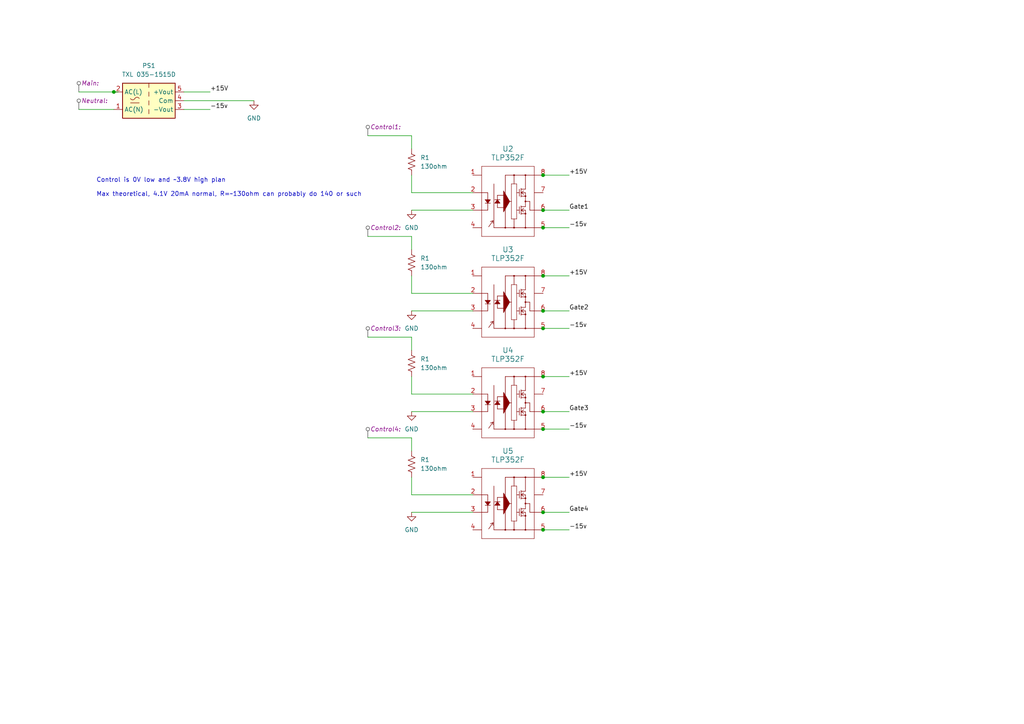
<source format=kicad_sch>
(kicad_sch (version 20230121) (generator eeschema)

  (uuid ef4d8b08-73a9-4f19-8108-761b107bdd5e)

  (paper "A4")

  (title_block
    (title "Gate Drivers + Supplies")
    (date "2023-12-01")
  )

  (lib_symbols
    (symbol "Converter_ACDC:RAC20-12DK" (in_bom yes) (on_board yes)
      (property "Reference" "PS" (at 0 6.35 0)
        (effects (font (size 1.27 1.27)))
      )
      (property "Value" "RAC20-12DK" (at 0 -6.35 0)
        (effects (font (size 1.27 1.27)))
      )
      (property "Footprint" "Converter_ACDC:Converter_ACDC_Recom_RAC20-xxDK_THT" (at 0 -8.89 0)
        (effects (font (size 1.27 1.27)) hide)
      )
      (property "Datasheet" "https://recom-power.com/pdf/Powerline_AC-DC/RAC20-K.pdf" (at 0 0 0)
        (effects (font (size 1.27 1.27)) hide)
      )
      (property "ki_keywords" "ac dc power supply" (at 0 0 0)
        (effects (font (size 1.27 1.27)) hide)
      )
      (property "ki_description" "20 Watt Dual Output AC/DC power supply ±12V ±833mA" (at 0 0 0)
        (effects (font (size 1.27 1.27)) hide)
      )
      (property "ki_fp_filters" "Converter*ACDC*Recom*RAC20*DK*THT*" (at 0 0 0)
        (effects (font (size 1.27 1.27)) hide)
      )
      (symbol "RAC20-12DK_0_1"
        (rectangle (start -7.62 5.08) (end 7.62 -5.08)
          (stroke (width 0.254) (type default))
          (fill (type background))
        )
        (arc (start -5.334 0.635) (mid -4.699 0.2495) (end -4.064 0.635)
          (stroke (width 0) (type default))
          (fill (type none))
        )
        (arc (start -2.794 0.635) (mid -3.429 1.0072) (end -4.064 0.635)
          (stroke (width 0) (type default))
          (fill (type none))
        )
        (polyline
          (pts
            (xy -5.334 -0.635)
            (xy -2.794 -0.635)
          )
          (stroke (width 0) (type default))
          (fill (type none))
        )
        (polyline
          (pts
            (xy 0 -2.54)
            (xy 0 -3.81)
          )
          (stroke (width 0) (type default))
          (fill (type none))
        )
        (polyline
          (pts
            (xy 0 0)
            (xy 0 -1.27)
          )
          (stroke (width 0) (type default))
          (fill (type none))
        )
        (polyline
          (pts
            (xy 0 2.54)
            (xy 0 1.27)
          )
          (stroke (width 0) (type default))
          (fill (type none))
        )
        (polyline
          (pts
            (xy 0 5.08)
            (xy 0 3.81)
          )
          (stroke (width 0) (type default))
          (fill (type none))
        )
      )
      (symbol "RAC20-12DK_1_1"
        (pin power_in line (at -10.16 -2.54 0) (length 2.54)
          (name "AC(N)" (effects (font (size 1.27 1.27))))
          (number "1" (effects (font (size 1.27 1.27))))
        )
        (pin power_in line (at -10.16 2.54 0) (length 2.54)
          (name "AC(L)" (effects (font (size 1.27 1.27))))
          (number "2" (effects (font (size 1.27 1.27))))
        )
        (pin power_out line (at 10.16 -2.54 180) (length 2.54)
          (name "-Vout" (effects (font (size 1.27 1.27))))
          (number "3" (effects (font (size 1.27 1.27))))
        )
        (pin power_out line (at 10.16 0 180) (length 2.54)
          (name "Com" (effects (font (size 1.27 1.27))))
          (number "4" (effects (font (size 1.27 1.27))))
        )
        (pin power_out line (at 10.16 2.54 180) (length 2.54)
          (name "+Vout" (effects (font (size 1.27 1.27))))
          (number "5" (effects (font (size 1.27 1.27))))
        )
      )
    )
    (symbol "Device:R_US" (pin_numbers hide) (pin_names (offset 0)) (in_bom yes) (on_board yes)
      (property "Reference" "R" (at 2.54 0 90)
        (effects (font (size 1.27 1.27)))
      )
      (property "Value" "R_US" (at -2.54 0 90)
        (effects (font (size 1.27 1.27)))
      )
      (property "Footprint" "" (at 1.016 -0.254 90)
        (effects (font (size 1.27 1.27)) hide)
      )
      (property "Datasheet" "~" (at 0 0 0)
        (effects (font (size 1.27 1.27)) hide)
      )
      (property "ki_keywords" "R res resistor" (at 0 0 0)
        (effects (font (size 1.27 1.27)) hide)
      )
      (property "ki_description" "Resistor, US symbol" (at 0 0 0)
        (effects (font (size 1.27 1.27)) hide)
      )
      (property "ki_fp_filters" "R_*" (at 0 0 0)
        (effects (font (size 1.27 1.27)) hide)
      )
      (symbol "R_US_0_1"
        (polyline
          (pts
            (xy 0 -2.286)
            (xy 0 -2.54)
          )
          (stroke (width 0) (type default))
          (fill (type none))
        )
        (polyline
          (pts
            (xy 0 2.286)
            (xy 0 2.54)
          )
          (stroke (width 0) (type default))
          (fill (type none))
        )
        (polyline
          (pts
            (xy 0 -0.762)
            (xy 1.016 -1.143)
            (xy 0 -1.524)
            (xy -1.016 -1.905)
            (xy 0 -2.286)
          )
          (stroke (width 0) (type default))
          (fill (type none))
        )
        (polyline
          (pts
            (xy 0 0.762)
            (xy 1.016 0.381)
            (xy 0 0)
            (xy -1.016 -0.381)
            (xy 0 -0.762)
          )
          (stroke (width 0) (type default))
          (fill (type none))
        )
        (polyline
          (pts
            (xy 0 2.286)
            (xy 1.016 1.905)
            (xy 0 1.524)
            (xy -1.016 1.143)
            (xy 0 0.762)
          )
          (stroke (width 0) (type default))
          (fill (type none))
        )
      )
      (symbol "R_US_1_1"
        (pin passive line (at 0 3.81 270) (length 1.27)
          (name "~" (effects (font (size 1.27 1.27))))
          (number "1" (effects (font (size 1.27 1.27))))
        )
        (pin passive line (at 0 -3.81 90) (length 1.27)
          (name "~" (effects (font (size 1.27 1.27))))
          (number "2" (effects (font (size 1.27 1.27))))
        )
      )
    )
    (symbol "TLP532(F):TLP352F" (pin_names (offset 0.254)) (in_bom yes) (on_board yes)
      (property "Reference" "U3" (at 7.62 5.08 0)
        (effects (font (size 1.524 1.524)))
      )
      (property "Value" "TLP352F" (at 7.62 2.54 0)
        (effects (font (size 1.524 1.524)))
      )
      (property "Footprint" "DIP8_TOS" (at -2.54 5.08 0)
        (effects (font (size 1.27 1.27) italic) hide)
      )
      (property "Datasheet" "TLP352F" (at -2.54 2.54 0)
        (effects (font (size 1.27 1.27) italic) hide)
      )
      (property "ki_locked" "" (at 0 0 0)
        (effects (font (size 1.27 1.27)))
      )
      (property "ki_keywords" "TLP352(F)" (at 0 0 0)
        (effects (font (size 1.27 1.27)) hide)
      )
      (property "ki_fp_filters" "DIP8_TOS" (at 0 0 0)
        (effects (font (size 1.27 1.27)) hide)
      )
      (symbol "TLP352F_0_1"
        (polyline
          (pts
            (xy -2.54 -17.78)
            (xy 0 -17.78)
          )
          (stroke (width 0) (type default))
          (fill (type none))
        )
        (polyline
          (pts
            (xy -2.54 -12.7)
            (xy 0 -12.7)
          )
          (stroke (width 0) (type default))
          (fill (type none))
        )
        (polyline
          (pts
            (xy -2.54 -7.62)
            (xy 0 -7.62)
          )
          (stroke (width 0) (type default))
          (fill (type none))
        )
        (polyline
          (pts
            (xy -2.54 -2.54)
            (xy 0 -2.54)
          )
          (stroke (width 0) (type default))
          (fill (type none))
        )
        (polyline
          (pts
            (xy 0 -20.32)
            (xy 0 0)
          )
          (stroke (width 0.127) (type default))
          (fill (type none))
        )
        (polyline
          (pts
            (xy 0 0)
            (xy 15.24 0)
          )
          (stroke (width 0.127) (type default))
          (fill (type none))
        )
        (polyline
          (pts
            (xy 1.016 -10.668)
            (xy 2.54 -10.668)
          )
          (stroke (width 0) (type default))
          (fill (type none))
        )
        (polyline
          (pts
            (xy 1.778 -12.7)
            (xy 0 -12.7)
          )
          (stroke (width 0) (type default))
          (fill (type none))
        )
        (polyline
          (pts
            (xy 1.778 -12.7)
            (xy 1.778 -10.668)
          )
          (stroke (width 0) (type default))
          (fill (type none))
        )
        (polyline
          (pts
            (xy 1.778 -7.62)
            (xy 0 -7.62)
          )
          (stroke (width 0) (type default))
          (fill (type none))
        )
        (polyline
          (pts
            (xy 1.778 -7.62)
            (xy 1.778 -9.652)
          )
          (stroke (width 0) (type default))
          (fill (type none))
        )
        (polyline
          (pts
            (xy 2.54 -16.002)
            (xy 3.302 -15.748)
          )
          (stroke (width 0) (type default))
          (fill (type none))
        )
        (polyline
          (pts
            (xy 3.302 -16.51)
            (xy 3.302 -15.748)
          )
          (stroke (width 0) (type default))
          (fill (type none))
        )
        (polyline
          (pts
            (xy 3.302 -15.748)
            (xy 2.032 -17.526)
          )
          (stroke (width 0) (type default))
          (fill (type none))
        )
        (polyline
          (pts
            (xy 3.556 -17.78)
            (xy 15.24 -17.78)
          )
          (stroke (width 0) (type default))
          (fill (type none))
        )
        (polyline
          (pts
            (xy 3.556 -5.08)
            (xy 3.556 -17.78)
          )
          (stroke (width 0) (type default))
          (fill (type none))
        )
        (polyline
          (pts
            (xy 3.81 -9.652)
            (xy 5.334 -9.652)
          )
          (stroke (width 0) (type default))
          (fill (type none))
        )
        (polyline
          (pts
            (xy 4.572 -11.938)
            (xy 6.35 -11.938)
          )
          (stroke (width 0) (type default))
          (fill (type none))
        )
        (polyline
          (pts
            (xy 4.572 -10.668)
            (xy 4.572 -11.938)
          )
          (stroke (width 0) (type default))
          (fill (type none))
        )
        (polyline
          (pts
            (xy 4.572 -9.652)
            (xy 4.572 -8.382)
          )
          (stroke (width 0) (type default))
          (fill (type none))
        )
        (polyline
          (pts
            (xy 4.572 -8.382)
            (xy 6.35 -8.382)
          )
          (stroke (width 0) (type default))
          (fill (type none))
        )
        (polyline
          (pts
            (xy 6.858 -17.78)
            (xy 6.858 -12.192)
          )
          (stroke (width 0) (type default))
          (fill (type none))
        )
        (polyline
          (pts
            (xy 6.858 -2.54)
            (xy 6.858 -8.128)
          )
          (stroke (width 0) (type default))
          (fill (type none))
        )
        (polyline
          (pts
            (xy 6.858 -2.54)
            (xy 15.24 -2.54)
          )
          (stroke (width 0) (type default))
          (fill (type none))
        )
        (polyline
          (pts
            (xy 8.128 -10.16)
            (xy 8.636 -10.16)
          )
          (stroke (width 0) (type default))
          (fill (type none))
        )
        (polyline
          (pts
            (xy 8.636 -15.24)
            (xy 8.636 -5.08)
          )
          (stroke (width 0.127) (type default))
          (fill (type none))
        )
        (polyline
          (pts
            (xy 8.636 -5.08)
            (xy 10.16 -5.08)
          )
          (stroke (width 0.127) (type default))
          (fill (type none))
        )
        (polyline
          (pts
            (xy 9.398 -15.24)
            (xy 9.398 -17.78)
          )
          (stroke (width 0) (type default))
          (fill (type none))
        )
        (polyline
          (pts
            (xy 9.398 -5.08)
            (xy 9.398 -2.54)
          )
          (stroke (width 0) (type default))
          (fill (type none))
        )
        (polyline
          (pts
            (xy 10.16 -15.24)
            (xy 8.636 -15.24)
          )
          (stroke (width 0.127) (type default))
          (fill (type none))
        )
        (polyline
          (pts
            (xy 10.16 -12.7)
            (xy 10.922 -12.7)
          )
          (stroke (width 0) (type default))
          (fill (type none))
        )
        (polyline
          (pts
            (xy 10.16 -7.62)
            (xy 10.922 -7.62)
          )
          (stroke (width 0) (type default))
          (fill (type none))
        )
        (polyline
          (pts
            (xy 10.16 -5.08)
            (xy 10.16 -15.24)
          )
          (stroke (width 0.127) (type default))
          (fill (type none))
        )
        (polyline
          (pts
            (xy 10.922 -11.684)
            (xy 10.922 -13.716)
          )
          (stroke (width 0) (type default))
          (fill (type none))
        )
        (polyline
          (pts
            (xy 10.922 -6.604)
            (xy 10.922 -8.636)
          )
          (stroke (width 0) (type default))
          (fill (type none))
        )
        (polyline
          (pts
            (xy 11.43 -13.716)
            (xy 12.7 -13.716)
          )
          (stroke (width 0) (type default))
          (fill (type none))
        )
        (polyline
          (pts
            (xy 11.43 -12.7)
            (xy 12.192 -13.208)
          )
          (stroke (width 0) (type default))
          (fill (type none))
        )
        (polyline
          (pts
            (xy 11.43 -12.7)
            (xy 12.192 -12.192)
          )
          (stroke (width 0) (type default))
          (fill (type none))
        )
        (polyline
          (pts
            (xy 11.43 -12.7)
            (xy 12.7 -12.7)
          )
          (stroke (width 0) (type default))
          (fill (type none))
        )
        (polyline
          (pts
            (xy 11.43 -11.684)
            (xy 12.7 -11.684)
          )
          (stroke (width 0) (type default))
          (fill (type none))
        )
        (polyline
          (pts
            (xy 11.43 -11.43)
            (xy 11.43 -13.97)
          )
          (stroke (width 0) (type default))
          (fill (type none))
        )
        (polyline
          (pts
            (xy 11.43 -8.636)
            (xy 12.7 -8.636)
          )
          (stroke (width 0) (type default))
          (fill (type none))
        )
        (polyline
          (pts
            (xy 11.43 -7.62)
            (xy 12.192 -8.128)
          )
          (stroke (width 0) (type default))
          (fill (type none))
        )
        (polyline
          (pts
            (xy 11.43 -7.62)
            (xy 12.192 -7.112)
          )
          (stroke (width 0) (type default))
          (fill (type none))
        )
        (polyline
          (pts
            (xy 11.43 -7.62)
            (xy 12.7 -7.62)
          )
          (stroke (width 0) (type default))
          (fill (type none))
        )
        (polyline
          (pts
            (xy 11.43 -6.604)
            (xy 12.7 -6.604)
          )
          (stroke (width 0) (type default))
          (fill (type none))
        )
        (polyline
          (pts
            (xy 11.43 -6.35)
            (xy 11.43 -8.89)
          )
          (stroke (width 0) (type default))
          (fill (type none))
        )
        (polyline
          (pts
            (xy 12.7 -12.7)
            (xy 12.7 -17.78)
          )
          (stroke (width 0) (type default))
          (fill (type none))
        )
        (polyline
          (pts
            (xy 12.7 -10.16)
            (xy 13.97 -10.16)
          )
          (stroke (width 0) (type default))
          (fill (type none))
        )
        (polyline
          (pts
            (xy 12.7 -7.62)
            (xy 12.7 -11.684)
          )
          (stroke (width 0) (type default))
          (fill (type none))
        )
        (polyline
          (pts
            (xy 12.7 -6.604)
            (xy 12.7 -2.54)
          )
          (stroke (width 0) (type default))
          (fill (type none))
        )
        (polyline
          (pts
            (xy 13.97 -12.7)
            (xy 15.24 -12.7)
          )
          (stroke (width 0) (type default))
          (fill (type none))
        )
        (polyline
          (pts
            (xy 13.97 -10.16)
            (xy 13.97 -12.7)
          )
          (stroke (width 0) (type default))
          (fill (type none))
        )
        (polyline
          (pts
            (xy 15.24 -20.32)
            (xy 0 -20.32)
          )
          (stroke (width 0.127) (type default))
          (fill (type none))
        )
        (polyline
          (pts
            (xy 15.24 0)
            (xy 15.24 -20.32)
          )
          (stroke (width 0.127) (type default))
          (fill (type none))
        )
        (polyline
          (pts
            (xy 17.78 -17.78)
            (xy 15.24 -17.78)
          )
          (stroke (width 0) (type default))
          (fill (type none))
        )
        (polyline
          (pts
            (xy 17.78 -12.7)
            (xy 15.24 -12.7)
          )
          (stroke (width 0) (type default))
          (fill (type none))
        )
        (polyline
          (pts
            (xy 17.78 -7.62)
            (xy 15.24 -7.62)
          )
          (stroke (width 0) (type default))
          (fill (type none))
        )
        (polyline
          (pts
            (xy 17.78 -2.54)
            (xy 15.24 -2.54)
          )
          (stroke (width 0) (type default))
          (fill (type none))
        )
        (polyline
          (pts
            (xy 1.016 -9.652)
            (xy 1.016 -9.652)
            (xy 2.54 -9.652)
            (xy 1.778 -10.668)
            (xy 1.016 -9.652)
          )
          (stroke (width 0) (type default))
          (fill (type outline))
        )
        (polyline
          (pts
            (xy 3.81 -10.668)
            (xy 3.81 -10.668)
            (xy 5.334 -10.668)
            (xy 4.572 -9.652)
            (xy 3.81 -10.668)
          )
          (stroke (width 0) (type default))
          (fill (type outline))
        )
        (polyline
          (pts
            (xy 6.35 -7.112)
            (xy 6.35 -7.112)
            (xy 6.35 -13.208)
            (xy 8.128 -10.16)
            (xy 6.35 -7.112)
          )
          (stroke (width 0) (type default))
          (fill (type outline))
        )
        (circle (center 6.858 -17.78) (radius 0.127)
          (stroke (width 0.254) (type default))
          (fill (type none))
        )
        (circle (center 9.398 -17.78) (radius 0.127)
          (stroke (width 0.254) (type default))
          (fill (type none))
        )
        (circle (center 9.398 -2.54) (radius 0.127)
          (stroke (width 0.254) (type default))
          (fill (type none))
        )
        (circle (center 12.7 -17.78) (radius 0.127)
          (stroke (width 0.254) (type default))
          (fill (type none))
        )
        (circle (center 12.7 -13.716) (radius 0.127)
          (stroke (width 0.254) (type default))
          (fill (type none))
        )
        (circle (center 12.7 -10.16) (radius 0.127)
          (stroke (width 0.254) (type default))
          (fill (type none))
        )
        (circle (center 12.7 -8.636) (radius 0.127)
          (stroke (width 0.254) (type default))
          (fill (type none))
        )
        (circle (center 12.7 -2.54) (radius 0.127)
          (stroke (width 0.254) (type default))
          (fill (type none))
        )
      )
      (symbol "TLP352F_1_1"
        (pin bidirectional line (at -2.5146 -2.54 180) (length 0.0254)
          (name "" (effects (font (size 1.27 1.27))))
          (number "1" (effects (font (size 1.27 1.27))))
        )
        (pin input line (at -2.5146 -7.62 180) (length 0.0254)
          (name "" (effects (font (size 1.27 1.27))))
          (number "2" (effects (font (size 1.27 1.27))))
        )
        (pin output line (at -2.5146 -12.7 180) (length 0.0254)
          (name "" (effects (font (size 1.27 1.27))))
          (number "3" (effects (font (size 1.27 1.27))))
        )
        (pin bidirectional line (at -2.5146 -17.78 180) (length 0.0254)
          (name "" (effects (font (size 1.27 1.27))))
          (number "4" (effects (font (size 1.27 1.27))))
        )
        (pin input line (at 17.8054 -17.78 180) (length 0.0254)
          (name "" (effects (font (size 1.27 1.27))))
          (number "5" (effects (font (size 1.27 1.27))))
        )
        (pin output line (at 17.8054 -12.7 180) (length 0.0254)
          (name "" (effects (font (size 1.27 1.27))))
          (number "6" (effects (font (size 1.27 1.27))))
        )
        (pin bidirectional line (at 17.8054 -7.62 180) (length 0.0254)
          (name "" (effects (font (size 1.27 1.27))))
          (number "7" (effects (font (size 1.27 1.27))))
        )
        (pin input line (at 17.8054 -2.54 180) (length 0.0254)
          (name "" (effects (font (size 1.27 1.27))))
          (number "8" (effects (font (size 1.27 1.27))))
        )
      )
    )
    (symbol "power:GND" (power) (pin_names (offset 0)) (in_bom yes) (on_board yes)
      (property "Reference" "#PWR" (at 0 -6.35 0)
        (effects (font (size 1.27 1.27)) hide)
      )
      (property "Value" "GND" (at 0 -3.81 0)
        (effects (font (size 1.27 1.27)))
      )
      (property "Footprint" "" (at 0 0 0)
        (effects (font (size 1.27 1.27)) hide)
      )
      (property "Datasheet" "" (at 0 0 0)
        (effects (font (size 1.27 1.27)) hide)
      )
      (property "ki_keywords" "global power" (at 0 0 0)
        (effects (font (size 1.27 1.27)) hide)
      )
      (property "ki_description" "Power symbol creates a global label with name \"GND\" , ground" (at 0 0 0)
        (effects (font (size 1.27 1.27)) hide)
      )
      (symbol "GND_0_1"
        (polyline
          (pts
            (xy 0 0)
            (xy 0 -1.27)
            (xy 1.27 -1.27)
            (xy 0 -2.54)
            (xy -1.27 -1.27)
            (xy 0 -1.27)
          )
          (stroke (width 0) (type default))
          (fill (type none))
        )
      )
      (symbol "GND_1_1"
        (pin power_in line (at 0 0 270) (length 0) hide
          (name "GND" (effects (font (size 1.27 1.27))))
          (number "1" (effects (font (size 1.27 1.27))))
        )
      )
    )
  )

  (junction (at 157.5054 90.17) (diameter 0) (color 0 0 0 0)
    (uuid 040a6c23-29e6-4c1a-8e4b-7ebf81fe9cb3)
  )
  (junction (at 157.5054 124.46) (diameter 0) (color 0 0 0 0)
    (uuid 2b99c797-a4f5-47e7-8a65-6c3596c76d23)
  )
  (junction (at 157.5054 66.04) (diameter 0) (color 0 0 0 0)
    (uuid 2e1802dc-ee0a-487e-815d-ef7016382d19)
  )
  (junction (at 157.5054 109.22) (diameter 0) (color 0 0 0 0)
    (uuid 37442025-ec80-48d5-abcd-e104cbdf5925)
  )
  (junction (at 157.5054 80.01) (diameter 0) (color 0 0 0 0)
    (uuid 5125bb0e-7c78-4d26-9cce-0904312a3214)
  )
  (junction (at 157.5054 119.38) (diameter 0) (color 0 0 0 0)
    (uuid 7e1c94ae-b2fa-492b-a749-badb17478891)
  )
  (junction (at 157.5054 138.43) (diameter 0) (color 0 0 0 0)
    (uuid 8e138dbc-da69-43f4-8be1-190966d4c8d7)
  )
  (junction (at 157.5054 95.25) (diameter 0) (color 0 0 0 0)
    (uuid b3fc6058-3208-480b-97fe-72cdd0fe1eae)
  )
  (junction (at 33.02 26.67) (diameter 0) (color 0 0 0 0)
    (uuid b802563c-beb4-40d2-9d86-20947f7bf7a9)
  )
  (junction (at 157.5054 60.96) (diameter 0) (color 0 0 0 0)
    (uuid bec747ac-b5fc-4bb9-ae57-cf15fd2be3e4)
  )
  (junction (at 157.5054 148.59) (diameter 0) (color 0 0 0 0)
    (uuid cd7e300f-f8ee-4d3c-b244-0e5b858cd3d2)
  )
  (junction (at 157.5054 50.8) (diameter 0) (color 0 0 0 0)
    (uuid e40cd122-7e6f-40e0-bb35-636947014cfa)
  )
  (junction (at 157.5054 153.67) (diameter 0) (color 0 0 0 0)
    (uuid eb639caa-f7ff-47f8-a956-b7311d0a4bb3)
  )

  (wire (pts (xy 119.38 85.09) (xy 137.16 85.09))
    (stroke (width 0) (type default))
    (uuid 0c9ad59c-4ce9-4824-b73b-38e0f6f66fce)
  )
  (wire (pts (xy 119.38 101.6) (xy 119.38 97.79))
    (stroke (width 0) (type default))
    (uuid 2ee7d8fb-f5f5-4531-8277-6b041052ecdc)
  )
  (wire (pts (xy 119.38 130.81) (xy 119.38 127))
    (stroke (width 0) (type default))
    (uuid 30f15354-57c9-4df9-b90d-49f143e59d3f)
  )
  (wire (pts (xy 119.38 109.22) (xy 119.38 114.3))
    (stroke (width 0) (type default))
    (uuid 338ebdaf-ae37-4ead-97f8-9ebe9acfb586)
  )
  (wire (pts (xy 157.5054 138.43) (xy 165.1 138.43))
    (stroke (width 0) (type default))
    (uuid 3a762c10-f8d4-4d85-a8f1-6e7775b21bc5)
  )
  (wire (pts (xy 157.48 60.96) (xy 157.5054 60.96))
    (stroke (width 0) (type default))
    (uuid 4602c811-3b5b-45e4-ac74-7e0d3ebbd3a7)
  )
  (wire (pts (xy 157.48 109.22) (xy 157.5054 109.22))
    (stroke (width 0) (type default))
    (uuid 46e43ebc-e237-4841-982f-cdefe75d91dc)
  )
  (wire (pts (xy 157.48 50.8) (xy 157.5054 50.8))
    (stroke (width 0) (type default))
    (uuid 52b5fb8f-79af-4f36-98ba-c71d565ae378)
  )
  (wire (pts (xy 22.86 31.75) (xy 33.02 31.75))
    (stroke (width 0) (type default))
    (uuid 532decbf-0ace-425a-b1eb-ebc7f9f48eef)
  )
  (wire (pts (xy 119.38 50.8) (xy 119.38 55.88))
    (stroke (width 0) (type default))
    (uuid 5337413b-c6f3-4863-944b-e38a35351c1b)
  )
  (wire (pts (xy 53.34 29.21) (xy 73.66 29.21))
    (stroke (width 0) (type default))
    (uuid 58fe4730-9039-4370-bf3b-0c39159e9dce)
  )
  (wire (pts (xy 157.5054 95.25) (xy 165.1 95.25))
    (stroke (width 0) (type default))
    (uuid 5ac12161-447c-4bf5-9e1f-2b7c2d7ef90c)
  )
  (wire (pts (xy 157.5054 119.38) (xy 165.1 119.38))
    (stroke (width 0) (type default))
    (uuid 5c031044-fb8a-4a30-8a2f-940ef4802f5f)
  )
  (wire (pts (xy 157.5054 109.22) (xy 165.1 109.22))
    (stroke (width 0) (type default))
    (uuid 5e520958-122d-4418-80e6-45427346288d)
  )
  (wire (pts (xy 157.48 138.43) (xy 157.5054 138.43))
    (stroke (width 0) (type default))
    (uuid 5edff815-34cc-483e-8dc7-44fcc1e67b70)
  )
  (wire (pts (xy 119.38 143.51) (xy 137.16 143.51))
    (stroke (width 0) (type default))
    (uuid 633afcbf-7540-4162-9c26-096c5b02dadc)
  )
  (wire (pts (xy 157.5054 90.17) (xy 165.1 90.17))
    (stroke (width 0) (type default))
    (uuid 655d1454-93fd-4622-97a4-c1c0a83abc19)
  )
  (wire (pts (xy 157.5054 153.67) (xy 165.1 153.67))
    (stroke (width 0) (type default))
    (uuid 67297d55-0b82-45b6-9226-65ab9d2ea1ed)
  )
  (wire (pts (xy 157.48 153.67) (xy 157.5054 153.67))
    (stroke (width 0) (type default))
    (uuid 677cc16f-3bf6-49ac-a9ce-bf148fcaa3e7)
  )
  (wire (pts (xy 119.38 80.01) (xy 119.38 85.09))
    (stroke (width 0) (type default))
    (uuid 6ec57307-2ddc-42db-a2cd-592907f3f084)
  )
  (wire (pts (xy 106.68 68.58) (xy 119.38 68.58))
    (stroke (width 0) (type default))
    (uuid 73a9f12c-58a9-41e7-ad3b-8ed4b894a729)
  )
  (wire (pts (xy 106.68 127) (xy 119.38 127))
    (stroke (width 0) (type default))
    (uuid 77b6bdfa-8bd6-40b3-990a-012f5b5133cf)
  )
  (wire (pts (xy 22.86 26.67) (xy 33.02 26.67))
    (stroke (width 0) (type default))
    (uuid 7c22f15f-fb60-4e72-aa74-b841c0893c5f)
  )
  (wire (pts (xy 119.38 55.88) (xy 137.16 55.88))
    (stroke (width 0) (type default))
    (uuid 7f40fb64-c9f7-47a7-8d85-7400446e0985)
  )
  (wire (pts (xy 157.48 124.46) (xy 157.5054 124.46))
    (stroke (width 0) (type default))
    (uuid 873123c1-bca0-40d6-8627-e68ca904d544)
  )
  (wire (pts (xy 157.5054 148.59) (xy 165.1 148.59))
    (stroke (width 0) (type default))
    (uuid 89021389-3315-47de-acfc-621e437f153b)
  )
  (wire (pts (xy 33.02 26.67) (xy 34.29 26.67))
    (stroke (width 0) (type default))
    (uuid 90b6c7d8-a97d-4469-9754-669275bfa973)
  )
  (wire (pts (xy 157.48 119.38) (xy 157.5054 119.38))
    (stroke (width 0) (type default))
    (uuid 92f6a242-f6d0-4ce5-8952-445f0bb1e404)
  )
  (wire (pts (xy 157.48 90.17) (xy 157.5054 90.17))
    (stroke (width 0) (type default))
    (uuid 93948f2d-2183-45b9-88df-2fa500be4867)
  )
  (wire (pts (xy 119.38 114.3) (xy 137.16 114.3))
    (stroke (width 0) (type default))
    (uuid aa7f4780-69f4-4526-8d50-0b6ce70542d6)
  )
  (wire (pts (xy 157.48 66.04) (xy 157.5054 66.04))
    (stroke (width 0) (type default))
    (uuid aa8b325c-a8cf-4abb-9792-ca565fc52f7b)
  )
  (wire (pts (xy 119.38 43.18) (xy 119.38 39.37))
    (stroke (width 0) (type default))
    (uuid ad7255a7-2b30-4f2d-99d5-09386eb1bdda)
  )
  (wire (pts (xy 157.5054 124.46) (xy 165.1 124.46))
    (stroke (width 0) (type default))
    (uuid b5ab41fe-1273-4d78-bae8-39021ac88fc2)
  )
  (wire (pts (xy 119.38 60.96) (xy 137.16 60.96))
    (stroke (width 0) (type default))
    (uuid ba888135-c529-4660-b957-491859e9d2b4)
  )
  (wire (pts (xy 157.5054 60.96) (xy 165.1 60.96))
    (stroke (width 0) (type default))
    (uuid bad54ab3-e46a-4006-8367-16f24630620e)
  )
  (wire (pts (xy 157.48 95.25) (xy 157.5054 95.25))
    (stroke (width 0) (type default))
    (uuid c013b8e5-0565-40cf-9863-49dbae91125a)
  )
  (wire (pts (xy 53.34 26.67) (xy 60.96 26.67))
    (stroke (width 0) (type default))
    (uuid c47994c9-6368-4ccb-aaf9-f7760a889690)
  )
  (wire (pts (xy 157.5054 66.04) (xy 165.1 66.04))
    (stroke (width 0) (type default))
    (uuid cc85dec6-edf0-41fe-93f0-484a318d2b2f)
  )
  (wire (pts (xy 119.38 90.17) (xy 137.16 90.17))
    (stroke (width 0) (type default))
    (uuid d0077965-083e-4751-9286-4bad638d8bc1)
  )
  (wire (pts (xy 157.5054 50.8) (xy 165.1 50.8))
    (stroke (width 0) (type default))
    (uuid d0ce52b4-0f10-43f4-9c9f-d252c98bfc65)
  )
  (wire (pts (xy 119.38 148.59) (xy 137.16 148.59))
    (stroke (width 0) (type default))
    (uuid d863b97c-b93a-479a-8b51-9d6336d4d2fa)
  )
  (wire (pts (xy 119.38 119.38) (xy 137.16 119.38))
    (stroke (width 0) (type default))
    (uuid d917d2ba-fb36-41a9-9394-0e2b458b3e96)
  )
  (wire (pts (xy 53.34 31.75) (xy 60.96 31.75))
    (stroke (width 0) (type default))
    (uuid db4c8763-caf2-471b-983b-b843423cdee5)
  )
  (wire (pts (xy 157.48 80.01) (xy 157.5054 80.01))
    (stroke (width 0) (type default))
    (uuid df5ed747-de2e-446a-95a5-5d376e5463cc)
  )
  (wire (pts (xy 106.68 97.79) (xy 119.38 97.79))
    (stroke (width 0) (type default))
    (uuid e2bdc0a2-02aa-46d6-93da-aedb91acc302)
  )
  (wire (pts (xy 119.38 138.43) (xy 119.38 143.51))
    (stroke (width 0) (type default))
    (uuid ef00e166-7a1a-4e71-a177-d99217fb84f5)
  )
  (wire (pts (xy 106.68 39.37) (xy 119.38 39.37))
    (stroke (width 0) (type default))
    (uuid f2553ed6-ef79-4b29-9f50-4f98c6897f06)
  )
  (wire (pts (xy 157.5054 80.01) (xy 165.1 80.01))
    (stroke (width 0) (type default))
    (uuid f5abc498-d7e5-4612-a25c-b274ced09d77)
  )
  (wire (pts (xy 119.38 72.39) (xy 119.38 68.58))
    (stroke (width 0) (type default))
    (uuid f945b46b-312d-4db9-b758-b5d7dc4a56c5)
  )
  (wire (pts (xy 157.48 148.59) (xy 157.5054 148.59))
    (stroke (width 0) (type default))
    (uuid fbef156d-4b64-4323-837d-cc9a0070667a)
  )

  (text "Control is 0V low and ~3.8V high plan \n\nMax theoretical, 4.1V 20mA normal, R=~130ohm can probably do 140 or such"
    (at 27.94 57.15 0)
    (effects (font (size 1.27 1.27)) (justify left bottom))
    (uuid 29f8b16c-da04-4d3a-99ce-712076400e67)
  )

  (label "+15V" (at 165.1 109.22 0) (fields_autoplaced)
    (effects (font (size 1.27 1.27)) (justify left bottom))
    (uuid 0ccb0823-763d-4511-bff9-d469313aabda)
  )
  (label "+15V" (at 165.1 50.8 0) (fields_autoplaced)
    (effects (font (size 1.27 1.27)) (justify left bottom))
    (uuid 1d86ea73-6cbf-4d7f-b14f-cf452f6ddfed)
  )
  (label "+15V" (at 165.1 138.43 0) (fields_autoplaced)
    (effects (font (size 1.27 1.27)) (justify left bottom))
    (uuid 1f6fc0f4-bf22-4909-a25e-16eb18d8c5d0)
  )
  (label "+15V" (at 165.1 80.01 0) (fields_autoplaced)
    (effects (font (size 1.27 1.27)) (justify left bottom))
    (uuid 2295ce76-6416-4812-a725-5e9a737e1e2b)
  )
  (label "Gate3" (at 165.1 119.38 0) (fields_autoplaced)
    (effects (font (size 1.27 1.27)) (justify left bottom))
    (uuid 4a5e84a5-1239-4719-b316-3882cb93d2c8)
  )
  (label "Gate1" (at 165.1 60.96 0) (fields_autoplaced)
    (effects (font (size 1.27 1.27)) (justify left bottom))
    (uuid 5124c20b-82e0-4e83-877e-cf67401978de)
  )
  (label "Gate4" (at 165.1 148.59 0) (fields_autoplaced)
    (effects (font (size 1.27 1.27)) (justify left bottom))
    (uuid 6f4fc05e-4902-409d-8026-9e44285fe36c)
  )
  (label "-15v" (at 165.1 66.04 0) (fields_autoplaced)
    (effects (font (size 1.27 1.27)) (justify left bottom))
    (uuid 8b94150f-1649-4948-9704-4c153a7d7832)
  )
  (label "-15v" (at 165.1 153.67 0) (fields_autoplaced)
    (effects (font (size 1.27 1.27)) (justify left bottom))
    (uuid aebc97d8-c544-41b2-b1e3-ced7aa4ddcb1)
  )
  (label "-15v" (at 60.96 31.75 0) (fields_autoplaced)
    (effects (font (size 1.27 1.27)) (justify left bottom))
    (uuid bb37484a-fa49-4eb6-ba41-cc7373273111)
  )
  (label "-15v" (at 165.1 124.46 0) (fields_autoplaced)
    (effects (font (size 1.27 1.27)) (justify left bottom))
    (uuid bcc39d89-5ef9-4276-aa55-f9ca9939da6c)
  )
  (label "Gate2" (at 165.1 90.17 0) (fields_autoplaced)
    (effects (font (size 1.27 1.27)) (justify left bottom))
    (uuid c072bf77-d7e4-4cc4-bc91-f974b97f157a)
  )
  (label "-15v" (at 165.1 95.25 0) (fields_autoplaced)
    (effects (font (size 1.27 1.27)) (justify left bottom))
    (uuid c7173793-acb1-4668-9e5e-bf0de187a7db)
  )
  (label "+15V" (at 60.96 26.67 0) (fields_autoplaced)
    (effects (font (size 1.27 1.27)) (justify left bottom))
    (uuid e567b608-ba26-473c-a0bf-696f3078f5d9)
  )

  (netclass_flag "" (length 2.54) (shape round) (at 106.68 127 0) (fields_autoplaced)
    (effects (font (size 1.27 1.27)) (justify left bottom))
    (uuid 3a8df90e-cbb0-4f23-aaa8-ad6a3e545e62)
    (property "Control4" "" (at 107.3785 124.46 0) (show_name)
      (effects (font (size 1.27 1.27) italic) (justify left))
    )
  )
  (netclass_flag "" (length 2.54) (shape round) (at 22.86 31.75 0) (fields_autoplaced)
    (effects (font (size 1.27 1.27)) (justify left bottom))
    (uuid 472dad08-8b06-4f7f-837f-11a4d4415e73)
    (property "Neutral" "" (at 23.5585 29.21 0) (show_name)
      (effects (font (size 1.27 1.27) italic) (justify left))
    )
  )
  (netclass_flag "" (length 2.54) (shape round) (at 106.68 68.58 0) (fields_autoplaced)
    (effects (font (size 1.27 1.27)) (justify left bottom))
    (uuid 4e750d0e-01e3-454e-a19f-98de494e3c3a)
    (property "Control2" "" (at 107.3785 66.04 0) (show_name)
      (effects (font (size 1.27 1.27) italic) (justify left))
    )
  )
  (netclass_flag "" (length 2.54) (shape round) (at 22.86 26.67 0) (fields_autoplaced)
    (effects (font (size 1.27 1.27)) (justify left bottom))
    (uuid 7c8ea32e-21b9-4685-a8d5-c0f5410f3226)
    (property "Main" "" (at 23.5585 24.13 0) (show_name)
      (effects (font (size 1.27 1.27) italic) (justify left))
    )
  )
  (netclass_flag "" (length 2.54) (shape round) (at 106.68 39.37 0) (fields_autoplaced)
    (effects (font (size 1.27 1.27)) (justify left bottom))
    (uuid c5a64c5f-858c-41f7-a9de-2afa0843a8a9)
    (property "Control1" "" (at 107.3785 36.83 0) (show_name)
      (effects (font (size 1.27 1.27) italic) (justify left))
    )
  )
  (netclass_flag "" (length 2.54) (shape round) (at 106.68 97.79 0) (fields_autoplaced)
    (effects (font (size 1.27 1.27)) (justify left bottom))
    (uuid d870732c-96ec-4b8d-9c36-207767b54733)
    (property "Control3" "" (at 107.3785 95.25 0) (show_name)
      (effects (font (size 1.27 1.27) italic) (justify left))
    )
  )

  (symbol (lib_id "Converter_ACDC:RAC20-12DK") (at 43.18 29.21 0) (unit 1)
    (in_bom yes) (on_board yes) (dnp no) (fields_autoplaced)
    (uuid 010d4bf2-0d1e-4020-8d01-afea25fb8ec4)
    (property "Reference" "PS1" (at 43.18 19.05 0)
      (effects (font (size 1.27 1.27)))
    )
    (property "Value" "TXL 035-1515D" (at 43.18 21.59 0)
      (effects (font (size 1.27 1.27)))
    )
    (property "Footprint" "" (at 43.18 38.1 0)
      (effects (font (size 1.27 1.27)) hide)
    )
    (property "Datasheet" "https://www.tracopower.com/products/txl035.pdf" (at 43.18 29.21 0)
      (effects (font (size 1.27 1.27)) hide)
    )
    (pin "1" (uuid 2776def9-8d80-421f-9bdf-fcb9096d339a))
    (pin "2" (uuid 1ec99aa6-2275-499f-b7a0-a7acef01a2b3))
    (pin "5" (uuid 55060dbf-a4cf-4483-bd19-78c2af024cf0))
    (pin "4" (uuid e196c42e-c615-4670-b4d3-f60369c389e0))
    (pin "3" (uuid 4d54279a-1559-498c-8290-e9006a929933))
    (instances
      (project "Schem1"
        (path "/911b5eb8-7b6c-425b-b090-765c473021df/4ec6c229-484a-4928-bf95-00b0ddfd3ffb"
          (reference "PS1") (unit 1)
        )
      )
    )
  )

  (symbol (lib_id "TLP532(F):TLP352F") (at 139.7 106.68 0) (unit 1)
    (in_bom yes) (on_board yes) (dnp no) (fields_autoplaced)
    (uuid 1104e053-fc86-427e-88b0-d4665b9ac109)
    (property "Reference" "U4" (at 147.32 101.6 0)
      (effects (font (size 1.524 1.524)))
    )
    (property "Value" "TLP352F" (at 147.32 104.14 0)
      (effects (font (size 1.524 1.524)))
    )
    (property "Footprint" "DIP8_TOS" (at 137.16 101.6 0)
      (effects (font (size 1.27 1.27) italic) hide)
    )
    (property "Datasheet" "TLP352F" (at 137.16 104.14 0)
      (effects (font (size 1.27 1.27) italic) hide)
    )
    (pin "6" (uuid ce63f61a-96ca-4250-9615-7f1e7f1319af))
    (pin "1" (uuid 438582c6-36bb-4434-ab92-ec658f296a17))
    (pin "3" (uuid 575aaf66-c6cc-498f-a8f9-94b0e508071a))
    (pin "8" (uuid 6244b4f7-1ecd-4cc8-af12-eeffee5a34d0))
    (pin "7" (uuid f1720c82-6323-429d-8172-5201c34077f2))
    (pin "4" (uuid 3dc42cdd-cb99-4c67-aac5-fdb70b24973e))
    (pin "2" (uuid ac9672c7-fb1f-462f-bc98-ca36675040de))
    (pin "5" (uuid 097b74c2-c2bf-4690-ab20-380257d487fa))
    (instances
      (project "Schem1"
        (path "/911b5eb8-7b6c-425b-b090-765c473021df/4ec6c229-484a-4928-bf95-00b0ddfd3ffb"
          (reference "U4") (unit 1)
        )
      )
    )
  )

  (symbol (lib_id "power:GND") (at 119.38 90.17 0) (unit 1)
    (in_bom yes) (on_board yes) (dnp no) (fields_autoplaced)
    (uuid 17a2898f-a3b3-458c-98e1-5c91ac0e995e)
    (property "Reference" "#PWR06" (at 119.38 96.52 0)
      (effects (font (size 1.27 1.27)) hide)
    )
    (property "Value" "GND" (at 119.38 95.25 0)
      (effects (font (size 1.27 1.27)))
    )
    (property "Footprint" "" (at 119.38 90.17 0)
      (effects (font (size 1.27 1.27)) hide)
    )
    (property "Datasheet" "" (at 119.38 90.17 0)
      (effects (font (size 1.27 1.27)) hide)
    )
    (pin "1" (uuid 49157955-b61b-4960-a2f6-8eada1cebdb9))
    (instances
      (project "Schem1"
        (path "/911b5eb8-7b6c-425b-b090-765c473021df/4ec6c229-484a-4928-bf95-00b0ddfd3ffb"
          (reference "#PWR06") (unit 1)
        )
      )
    )
  )

  (symbol (lib_id "Device:R_US") (at 119.38 134.62 0) (unit 1)
    (in_bom yes) (on_board yes) (dnp no) (fields_autoplaced)
    (uuid 1eee7504-250a-4ba9-85ad-8d1ae7164f9f)
    (property "Reference" "R1" (at 121.92 133.35 0)
      (effects (font (size 1.27 1.27)) (justify left))
    )
    (property "Value" "130ohm" (at 121.92 135.89 0)
      (effects (font (size 1.27 1.27)) (justify left))
    )
    (property "Footprint" "" (at 120.396 134.874 90)
      (effects (font (size 1.27 1.27)) hide)
    )
    (property "Datasheet" "~" (at 119.38 134.62 0)
      (effects (font (size 1.27 1.27)) hide)
    )
    (pin "2" (uuid 16ee780d-8c1d-436a-88e3-f4f9da7ea6bd))
    (pin "1" (uuid d7c40c40-3fa3-452d-82af-14541a4a44be))
    (instances
      (project "Schem1"
        (path "/911b5eb8-7b6c-425b-b090-765c473021df"
          (reference "R1") (unit 1)
        )
        (path "/911b5eb8-7b6c-425b-b090-765c473021df/4ec6c229-484a-4928-bf95-00b0ddfd3ffb"
          (reference "R6") (unit 1)
        )
      )
    )
  )

  (symbol (lib_id "TLP532(F):TLP352F") (at 139.7 77.47 0) (unit 1)
    (in_bom yes) (on_board yes) (dnp no) (fields_autoplaced)
    (uuid 2d52b41b-2d16-4cf0-90f6-8d0c38c1d810)
    (property "Reference" "U3" (at 147.32 72.39 0)
      (effects (font (size 1.524 1.524)))
    )
    (property "Value" "TLP352F" (at 147.32 74.93 0)
      (effects (font (size 1.524 1.524)))
    )
    (property "Footprint" "DIP8_TOS" (at 137.16 72.39 0)
      (effects (font (size 1.27 1.27) italic) hide)
    )
    (property "Datasheet" "TLP352F" (at 137.16 74.93 0)
      (effects (font (size 1.27 1.27) italic) hide)
    )
    (pin "6" (uuid 266a4d2a-28db-45bf-9319-aa3cfa368932))
    (pin "1" (uuid aa5f5ae6-d5c1-47be-9bbe-1fc8b3a33011))
    (pin "3" (uuid aea80a4e-080c-414c-82d9-05a7b06457e3))
    (pin "8" (uuid adaeee6e-1761-44c3-bcdd-d7c085e09ce1))
    (pin "7" (uuid 8f6fe07f-412d-476d-bbdb-36e0b99a42d4))
    (pin "4" (uuid 97ca97d9-01cc-41f8-bb38-07ad7eb7fd86))
    (pin "2" (uuid 91d7b5f7-aaea-4962-b15b-a3ee7e037036))
    (pin "5" (uuid fd9c52b4-33c7-4971-903a-652205f91369))
    (instances
      (project "Schem1"
        (path "/911b5eb8-7b6c-425b-b090-765c473021df/4ec6c229-484a-4928-bf95-00b0ddfd3ffb"
          (reference "U3") (unit 1)
        )
      )
    )
  )

  (symbol (lib_id "Device:R_US") (at 119.38 46.99 0) (unit 1)
    (in_bom yes) (on_board yes) (dnp no) (fields_autoplaced)
    (uuid 2e86e0ae-bfd3-41d7-975a-b7461d22ca14)
    (property "Reference" "R1" (at 121.92 45.72 0)
      (effects (font (size 1.27 1.27)) (justify left))
    )
    (property "Value" "130ohm" (at 121.92 48.26 0)
      (effects (font (size 1.27 1.27)) (justify left))
    )
    (property "Footprint" "" (at 120.396 47.244 90)
      (effects (font (size 1.27 1.27)) hide)
    )
    (property "Datasheet" "~" (at 119.38 46.99 0)
      (effects (font (size 1.27 1.27)) hide)
    )
    (pin "2" (uuid ab808738-7710-4ccf-8a79-3337ca8e56e3))
    (pin "1" (uuid 4fc147bd-dbcb-4e5d-afff-0267c5eafa9d))
    (instances
      (project "Schem1"
        (path "/911b5eb8-7b6c-425b-b090-765c473021df"
          (reference "R1") (unit 1)
        )
        (path "/911b5eb8-7b6c-425b-b090-765c473021df/4ec6c229-484a-4928-bf95-00b0ddfd3ffb"
          (reference "R3") (unit 1)
        )
      )
    )
  )

  (symbol (lib_id "power:GND") (at 73.66 29.21 0) (unit 1)
    (in_bom yes) (on_board yes) (dnp no) (fields_autoplaced)
    (uuid 4af466da-058e-42ff-888c-14be98df1ac4)
    (property "Reference" "#PWR01" (at 73.66 35.56 0)
      (effects (font (size 1.27 1.27)) hide)
    )
    (property "Value" "GND" (at 73.66 34.29 0)
      (effects (font (size 1.27 1.27)))
    )
    (property "Footprint" "" (at 73.66 29.21 0)
      (effects (font (size 1.27 1.27)) hide)
    )
    (property "Datasheet" "" (at 73.66 29.21 0)
      (effects (font (size 1.27 1.27)) hide)
    )
    (pin "1" (uuid 0d65e950-b104-47f7-8feb-9457da0393bf))
    (instances
      (project "Schem1"
        (path "/911b5eb8-7b6c-425b-b090-765c473021df/4ec6c229-484a-4928-bf95-00b0ddfd3ffb"
          (reference "#PWR01") (unit 1)
        )
      )
    )
  )

  (symbol (lib_id "Device:R_US") (at 119.38 105.41 0) (unit 1)
    (in_bom yes) (on_board yes) (dnp no) (fields_autoplaced)
    (uuid 66f5b77a-f389-4686-ad63-7c5fb40e98c2)
    (property "Reference" "R1" (at 121.92 104.14 0)
      (effects (font (size 1.27 1.27)) (justify left))
    )
    (property "Value" "130ohm" (at 121.92 106.68 0)
      (effects (font (size 1.27 1.27)) (justify left))
    )
    (property "Footprint" "" (at 120.396 105.664 90)
      (effects (font (size 1.27 1.27)) hide)
    )
    (property "Datasheet" "~" (at 119.38 105.41 0)
      (effects (font (size 1.27 1.27)) hide)
    )
    (pin "2" (uuid 78bfab1a-ddde-4f1d-aa5f-68b16b345ce2))
    (pin "1" (uuid 9833b70c-e3da-4857-8a45-abea64dba6f6))
    (instances
      (project "Schem1"
        (path "/911b5eb8-7b6c-425b-b090-765c473021df"
          (reference "R1") (unit 1)
        )
        (path "/911b5eb8-7b6c-425b-b090-765c473021df/4ec6c229-484a-4928-bf95-00b0ddfd3ffb"
          (reference "R5") (unit 1)
        )
      )
    )
  )

  (symbol (lib_id "TLP532(F):TLP352F") (at 139.7 135.89 0) (unit 1)
    (in_bom yes) (on_board yes) (dnp no) (fields_autoplaced)
    (uuid 705b2b16-4845-49ec-a197-a1bd6281203f)
    (property "Reference" "U5" (at 147.32 130.81 0)
      (effects (font (size 1.524 1.524)))
    )
    (property "Value" "TLP352F" (at 147.32 133.35 0)
      (effects (font (size 1.524 1.524)))
    )
    (property "Footprint" "DIP8_TOS" (at 137.16 130.81 0)
      (effects (font (size 1.27 1.27) italic) hide)
    )
    (property "Datasheet" "TLP352F" (at 137.16 133.35 0)
      (effects (font (size 1.27 1.27) italic) hide)
    )
    (pin "6" (uuid 1f2f2e31-5b53-42ae-b272-62764a5137ea))
    (pin "1" (uuid ef861816-d726-4c22-874c-016b019c75fc))
    (pin "3" (uuid 9e518aee-e608-40a1-b4df-e58100e70426))
    (pin "8" (uuid 942e76f5-1dfc-472e-a2f3-4f873794d184))
    (pin "7" (uuid 53eb6a24-0913-46e6-aac9-73a40a8c4d83))
    (pin "4" (uuid cc98cd5e-4ec8-42a5-a602-f2b81b6c1cf3))
    (pin "2" (uuid 7e4c4086-0863-494c-bf6f-7cbd47c038c2))
    (pin "5" (uuid 6efd582c-1a54-4f51-a5b1-74934b4b052e))
    (instances
      (project "Schem1"
        (path "/911b5eb8-7b6c-425b-b090-765c473021df/4ec6c229-484a-4928-bf95-00b0ddfd3ffb"
          (reference "U5") (unit 1)
        )
      )
    )
  )

  (symbol (lib_id "TLP532(F):TLP352F") (at 139.7 48.26 0) (unit 1)
    (in_bom yes) (on_board yes) (dnp no) (fields_autoplaced)
    (uuid 92458711-bb24-403a-a2a4-b9fc978c1fbe)
    (property "Reference" "U2" (at 147.32 43.18 0)
      (effects (font (size 1.524 1.524)))
    )
    (property "Value" "TLP352F" (at 147.32 45.72 0)
      (effects (font (size 1.524 1.524)))
    )
    (property "Footprint" "DIP8_TOS" (at 137.16 43.18 0)
      (effects (font (size 1.27 1.27) italic) hide)
    )
    (property "Datasheet" "TLP352F" (at 137.16 45.72 0)
      (effects (font (size 1.27 1.27) italic) hide)
    )
    (pin "6" (uuid c65fca4c-ae04-45cc-9689-29999ed5e6a7))
    (pin "1" (uuid ad977e17-d5e0-4421-8e1a-10cf0f7bcd32))
    (pin "3" (uuid a0cafc7c-0143-409d-a391-c5c70157b32f))
    (pin "8" (uuid f8c1e272-e611-49f2-b087-371f8c90854d))
    (pin "7" (uuid 5aa72c59-5345-4976-8276-7eb354fdd6f8))
    (pin "4" (uuid e442dcd3-9f5c-4be5-8688-29a4b2096b4b))
    (pin "2" (uuid 42f4d92c-d1c5-4146-b91b-f5169dff49d1))
    (pin "5" (uuid b45ee650-d0e3-4b6c-bfa3-12e034f302ed))
    (instances
      (project "Schem1"
        (path "/911b5eb8-7b6c-425b-b090-765c473021df/4ec6c229-484a-4928-bf95-00b0ddfd3ffb"
          (reference "U2") (unit 1)
        )
      )
    )
  )

  (symbol (lib_id "Device:R_US") (at 119.38 76.2 0) (unit 1)
    (in_bom yes) (on_board yes) (dnp no) (fields_autoplaced)
    (uuid 9fc6e8de-d321-4aa7-97c0-56a5c46b8cdc)
    (property "Reference" "R1" (at 121.92 74.93 0)
      (effects (font (size 1.27 1.27)) (justify left))
    )
    (property "Value" "130ohm" (at 121.92 77.47 0)
      (effects (font (size 1.27 1.27)) (justify left))
    )
    (property "Footprint" "" (at 120.396 76.454 90)
      (effects (font (size 1.27 1.27)) hide)
    )
    (property "Datasheet" "~" (at 119.38 76.2 0)
      (effects (font (size 1.27 1.27)) hide)
    )
    (pin "2" (uuid af46c4e6-d6d5-46a0-b776-73c58571d42d))
    (pin "1" (uuid 0b150a00-80c3-4b19-82d9-af10ccf2c54a))
    (instances
      (project "Schem1"
        (path "/911b5eb8-7b6c-425b-b090-765c473021df"
          (reference "R1") (unit 1)
        )
        (path "/911b5eb8-7b6c-425b-b090-765c473021df/4ec6c229-484a-4928-bf95-00b0ddfd3ffb"
          (reference "R4") (unit 1)
        )
      )
    )
  )

  (symbol (lib_id "power:GND") (at 119.38 119.38 0) (unit 1)
    (in_bom yes) (on_board yes) (dnp no) (fields_autoplaced)
    (uuid b2d176cb-6aef-408e-81fc-52fded744647)
    (property "Reference" "#PWR07" (at 119.38 125.73 0)
      (effects (font (size 1.27 1.27)) hide)
    )
    (property "Value" "GND" (at 119.38 124.46 0)
      (effects (font (size 1.27 1.27)))
    )
    (property "Footprint" "" (at 119.38 119.38 0)
      (effects (font (size 1.27 1.27)) hide)
    )
    (property "Datasheet" "" (at 119.38 119.38 0)
      (effects (font (size 1.27 1.27)) hide)
    )
    (pin "1" (uuid 04c6f90d-0bab-42ac-a6e5-35e404ef09fe))
    (instances
      (project "Schem1"
        (path "/911b5eb8-7b6c-425b-b090-765c473021df/4ec6c229-484a-4928-bf95-00b0ddfd3ffb"
          (reference "#PWR07") (unit 1)
        )
      )
    )
  )

  (symbol (lib_id "power:GND") (at 119.38 60.96 0) (unit 1)
    (in_bom yes) (on_board yes) (dnp no) (fields_autoplaced)
    (uuid b4f884d1-b139-4dcc-9376-aff2dd5ece1c)
    (property "Reference" "#PWR02" (at 119.38 67.31 0)
      (effects (font (size 1.27 1.27)) hide)
    )
    (property "Value" "GND" (at 119.38 66.04 0)
      (effects (font (size 1.27 1.27)))
    )
    (property "Footprint" "" (at 119.38 60.96 0)
      (effects (font (size 1.27 1.27)) hide)
    )
    (property "Datasheet" "" (at 119.38 60.96 0)
      (effects (font (size 1.27 1.27)) hide)
    )
    (pin "1" (uuid 7c53bc71-de8a-4cf4-b8f3-1130762e9ff7))
    (instances
      (project "Schem1"
        (path "/911b5eb8-7b6c-425b-b090-765c473021df/4ec6c229-484a-4928-bf95-00b0ddfd3ffb"
          (reference "#PWR02") (unit 1)
        )
      )
    )
  )

  (symbol (lib_id "power:GND") (at 119.38 148.59 0) (unit 1)
    (in_bom yes) (on_board yes) (dnp no) (fields_autoplaced)
    (uuid e618e9e2-f8fa-4e0a-bf49-6a2192c99ecc)
    (property "Reference" "#PWR08" (at 119.38 154.94 0)
      (effects (font (size 1.27 1.27)) hide)
    )
    (property "Value" "GND" (at 119.38 153.67 0)
      (effects (font (size 1.27 1.27)))
    )
    (property "Footprint" "" (at 119.38 148.59 0)
      (effects (font (size 1.27 1.27)) hide)
    )
    (property "Datasheet" "" (at 119.38 148.59 0)
      (effects (font (size 1.27 1.27)) hide)
    )
    (pin "1" (uuid 2e97a0c5-f32e-493e-90d8-32ace4c69111))
    (instances
      (project "Schem1"
        (path "/911b5eb8-7b6c-425b-b090-765c473021df/4ec6c229-484a-4928-bf95-00b0ddfd3ffb"
          (reference "#PWR08") (unit 1)
        )
      )
    )
  )
)

</source>
